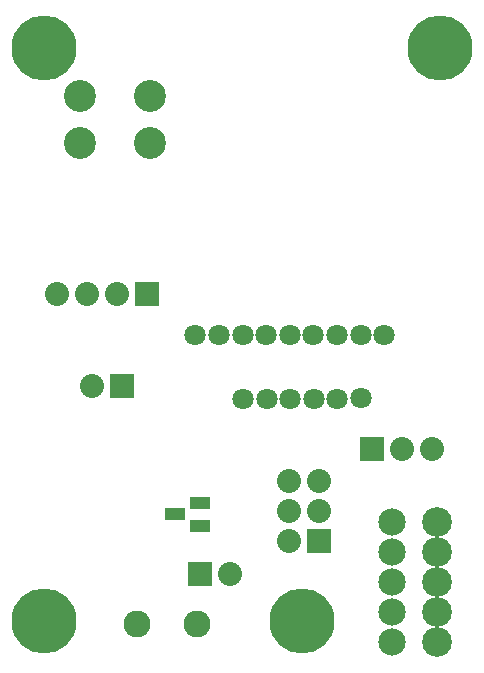
<source format=gbs>
G04 (created by PCBNEW (2013-03-19 BZR 4004)-stable) date 27/05/2013 10:57:22*
%MOIN*%
G04 Gerber Fmt 3.4, Leading zero omitted, Abs format*
%FSLAX34Y34*%
G01*
G70*
G90*
G04 APERTURE LIST*
%ADD10C,2.3622e-006*%
%ADD11C,0.0712*%
%ADD12C,0.1066*%
%ADD13R,0.08X0.08*%
%ADD14C,0.08*%
%ADD15C,0.2169*%
%ADD16C,0.09*%
%ADD17C,0.0908661*%
%ADD18C,0.0987402*%
%ADD19R,0.0712X0.0436*%
G04 APERTURE END LIST*
G54D10*
G54D11*
X47460Y-35656D03*
X46673Y-35656D03*
X45885Y-35656D03*
X48247Y-35656D03*
X49035Y-35656D03*
X49822Y-35646D03*
G54D12*
X42803Y-25555D03*
X42803Y-27129D03*
X40441Y-25555D03*
X40441Y-27129D03*
G54D13*
X48410Y-40390D03*
G54D14*
X47410Y-40390D03*
X48410Y-39390D03*
X47410Y-39390D03*
X48410Y-38390D03*
X47410Y-38390D03*
G54D15*
X52449Y-23980D03*
X47842Y-43074D03*
X39256Y-43074D03*
X39260Y-23980D03*
G54D16*
X42342Y-43172D03*
X44342Y-43172D03*
G54D13*
X44470Y-41500D03*
G54D14*
X45470Y-41500D03*
G54D13*
X42694Y-32152D03*
G54D14*
X41694Y-32152D03*
X40694Y-32152D03*
X39694Y-32152D03*
G54D11*
X45871Y-33540D03*
X45084Y-33540D03*
X44296Y-33540D03*
X46658Y-33540D03*
X47446Y-33540D03*
X48233Y-33530D03*
X49016Y-33540D03*
X49804Y-33540D03*
X50591Y-33540D03*
G54D13*
X41842Y-35218D03*
G54D14*
X40842Y-35218D03*
G54D13*
X50178Y-37332D03*
G54D14*
X51178Y-37332D03*
X52178Y-37332D03*
G54D17*
X50850Y-41770D03*
X50850Y-42770D03*
X50850Y-43770D03*
X50850Y-40770D03*
X50850Y-39770D03*
G54D18*
X52350Y-41770D03*
X52350Y-42770D03*
X52350Y-43770D03*
X52350Y-40770D03*
X52350Y-39770D03*
G54D19*
X43631Y-39508D03*
X44457Y-39883D03*
X44457Y-39133D03*
M02*

</source>
